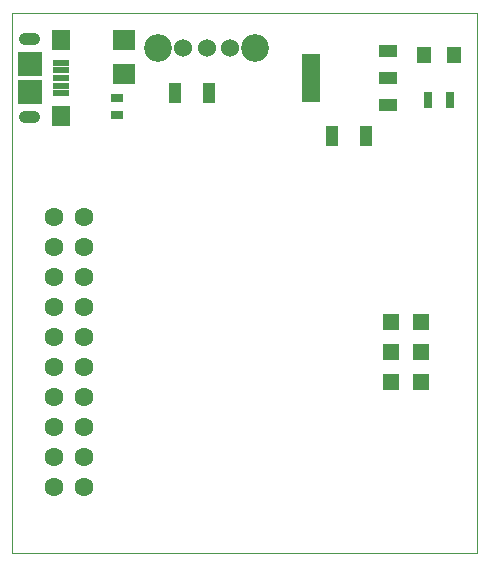
<source format=gts>
G75*
%MOIN*%
%OFA0B0*%
%FSLAX25Y25*%
%IPPOS*%
%LPD*%
%AMOC8*
5,1,8,0,0,1.08239X$1,22.5*
%
%ADD10C,0.00000*%
%ADD11R,0.05715X0.01975*%
%ADD12R,0.05912X0.06699*%
%ADD13R,0.07880X0.07880*%
%ADD14C,0.03943*%
%ADD15R,0.06306X0.16148*%
%ADD16R,0.06306X0.04337*%
%ADD17R,0.07487X0.06699*%
%ADD18C,0.06000*%
%ADD19C,0.09258*%
%ADD20R,0.03943X0.02762*%
%ADD21R,0.04731X0.05321*%
%ADD22R,0.03156X0.05518*%
%ADD23R,0.03943X0.06699*%
%ADD24R,0.05715X0.05715*%
%ADD25C,0.06306*%
D10*
X0001500Y0001500D02*
X0001500Y0181500D01*
X0156500Y0181500D01*
X0156500Y0001500D01*
X0001500Y0001500D01*
D11*
X0018000Y0154882D03*
X0018000Y0157441D03*
X0018000Y0160000D03*
X0018000Y0162559D03*
X0018000Y0165118D03*
D12*
X0018000Y0172598D03*
X0018000Y0147402D03*
D13*
X0007469Y0155276D03*
X0007469Y0164724D03*
D14*
X0008866Y0172992D02*
X0008866Y0172992D01*
X0006110Y0172992D01*
X0006110Y0172992D01*
X0008866Y0172992D01*
X0008866Y0147008D02*
X0008866Y0147008D01*
X0006110Y0147008D01*
X0006110Y0147008D01*
X0008866Y0147008D01*
D15*
X0101205Y0160000D03*
D16*
X0126795Y0160000D03*
X0126795Y0150945D03*
X0126795Y0169055D03*
D17*
X0039000Y0172512D03*
X0039000Y0161488D03*
D18*
X0058600Y0170000D03*
X0066500Y0170000D03*
X0074400Y0170000D03*
D19*
X0082650Y0170000D03*
X0050350Y0170000D03*
D20*
X0036500Y0153453D03*
X0036500Y0147547D03*
D21*
X0139079Y0167500D03*
X0148921Y0167500D03*
D22*
X0147740Y0152500D03*
X0140260Y0152500D03*
D23*
X0119709Y0140500D03*
X0108291Y0140500D03*
X0067209Y0155000D03*
X0055791Y0155000D03*
D24*
X0128000Y0078500D03*
X0128000Y0068500D03*
X0128000Y0058500D03*
X0138000Y0058500D03*
X0138000Y0068500D03*
X0138000Y0078500D03*
D25*
X0025500Y0073500D03*
X0025500Y0083500D03*
X0025500Y0093500D03*
X0025500Y0103500D03*
X0025500Y0113500D03*
X0015500Y0113500D03*
X0015500Y0103500D03*
X0015500Y0093500D03*
X0015500Y0083500D03*
X0015500Y0073500D03*
X0015500Y0063500D03*
X0015500Y0053500D03*
X0015500Y0043500D03*
X0015500Y0033500D03*
X0015500Y0023500D03*
X0025500Y0023500D03*
X0025500Y0033500D03*
X0025500Y0043500D03*
X0025500Y0053500D03*
X0025500Y0063500D03*
M02*

</source>
